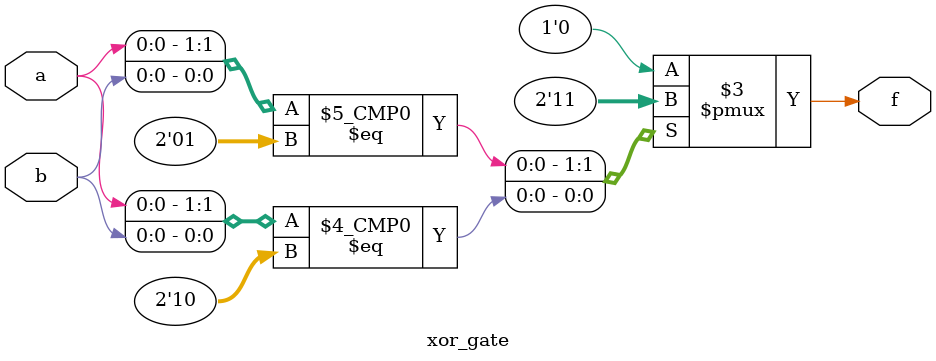
<source format=v>
`timescale 1ns / 1ps


module xor_gate(
    input a, b,
    output reg f
    );
    always@(*)
    begin
    case({a,b})
    2'b00: f = 0;
    2'b01: f = 1;
    2'b10: f = 1;
    default: f = 0;
    endcase
    end
endmodule

</source>
